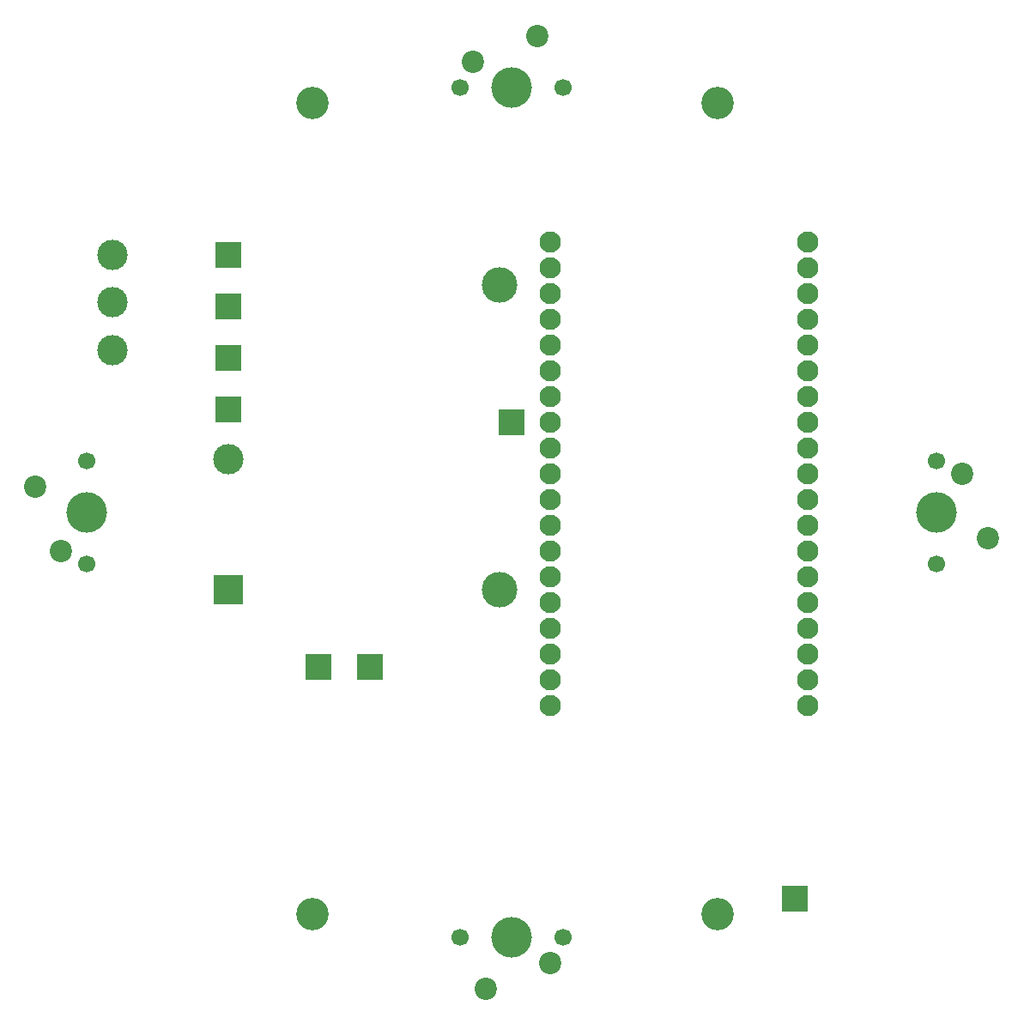
<source format=gbr>
%TF.GenerationSoftware,KiCad,Pcbnew,(5.1.10)-1*%
%TF.CreationDate,2021-09-15T08:26:03+02:00*%
%TF.ProjectId,Light_trainer,4c696768-745f-4747-9261-696e65722e6b,rev?*%
%TF.SameCoordinates,Original*%
%TF.FileFunction,Soldermask,Bot*%
%TF.FilePolarity,Negative*%
%FSLAX46Y46*%
G04 Gerber Fmt 4.6, Leading zero omitted, Abs format (unit mm)*
G04 Created by KiCad (PCBNEW (5.1.10)-1) date 2021-09-15 08:26:03*
%MOMM*%
%LPD*%
G01*
G04 APERTURE LIST*
%ADD10C,3.200000*%
%ADD11C,3.500000*%
%ADD12C,3.000000*%
%ADD13R,3.000000X3.000000*%
%ADD14C,2.100000*%
%ADD15C,1.700000*%
%ADD16C,4.000000*%
%ADD17C,2.200000*%
%ADD18R,2.500000X2.500000*%
G04 APERTURE END LIST*
D10*
%TO.C,H4*%
X120000000Y-60000000D03*
%TD*%
%TO.C,H3*%
X160000000Y-60000000D03*
%TD*%
%TO.C,H2*%
X160000000Y-140000000D03*
%TD*%
%TO.C,H1*%
X120000000Y-140000000D03*
%TD*%
D11*
%TO.C,BT1*%
X138460000Y-77950000D03*
X138460000Y-107950000D03*
D12*
X111760000Y-95150000D03*
D13*
X111760000Y-107950000D03*
%TD*%
D12*
%TO.C,SW5*%
X100330000Y-84330000D03*
X100330000Y-79630000D03*
X100330000Y-74930000D03*
%TD*%
D14*
%TO.C,U2*%
X168910000Y-119380000D03*
X168910000Y-116840000D03*
X168910000Y-114300000D03*
X168910000Y-111760000D03*
X168910000Y-109220000D03*
X168910000Y-106680000D03*
X168910000Y-104140000D03*
X168910000Y-101600000D03*
X168910000Y-88900000D03*
X168910000Y-86360000D03*
X168910000Y-83820000D03*
X168910000Y-81280000D03*
X168910000Y-78740000D03*
X168910000Y-76200000D03*
X168910000Y-73660000D03*
X143510000Y-119380000D03*
X168910000Y-99060000D03*
X168910000Y-96520000D03*
X168910000Y-93980000D03*
X168910000Y-91440000D03*
X143510000Y-116840000D03*
X143510000Y-114300000D03*
X143510000Y-111760000D03*
X143510000Y-109220000D03*
X143510000Y-106680000D03*
X143510000Y-104140000D03*
X143510000Y-101600000D03*
X143510000Y-99060000D03*
X143510000Y-96520000D03*
X143510000Y-93980000D03*
X143510000Y-91440000D03*
X143510000Y-88900000D03*
X143510000Y-86360000D03*
X143510000Y-83820000D03*
X143510000Y-81280000D03*
X143510000Y-78740000D03*
X143510000Y-76200000D03*
X143510000Y-73660000D03*
%TD*%
D15*
%TO.C,SW4*%
X144780000Y-58420000D03*
X134620000Y-58420000D03*
D16*
X139700000Y-58420000D03*
D17*
X135890000Y-55880000D03*
X142240000Y-53340000D03*
%TD*%
D15*
%TO.C,SW3*%
X181610000Y-105410000D03*
X181610000Y-95250000D03*
D16*
X181610000Y-100330000D03*
D17*
X184150000Y-96520000D03*
X186690000Y-102870000D03*
%TD*%
D15*
%TO.C,SW2*%
X134620000Y-142240000D03*
X144780000Y-142240000D03*
D16*
X139700000Y-142240000D03*
D17*
X143510000Y-144780000D03*
X137160000Y-147320000D03*
%TD*%
D15*
%TO.C,SW1*%
X97790000Y-95250000D03*
X97790000Y-105410000D03*
D16*
X97790000Y-100330000D03*
D17*
X95250000Y-104140000D03*
X92710000Y-97790000D03*
%TD*%
D18*
%TO.C,TP8*%
X111760000Y-85090000D03*
%TD*%
%TO.C,TP7*%
X111760000Y-80010000D03*
%TD*%
%TO.C,TP6*%
X111760000Y-90170000D03*
%TD*%
%TO.C,TP3*%
X120650000Y-115570000D03*
%TD*%
%TO.C,TP2*%
X125730000Y-115570000D03*
%TD*%
%TO.C,TP5*%
X167640000Y-138430000D03*
%TD*%
%TO.C,TP1*%
X139700000Y-91440000D03*
%TD*%
%TO.C,TP4*%
X111760000Y-74930000D03*
%TD*%
M02*

</source>
